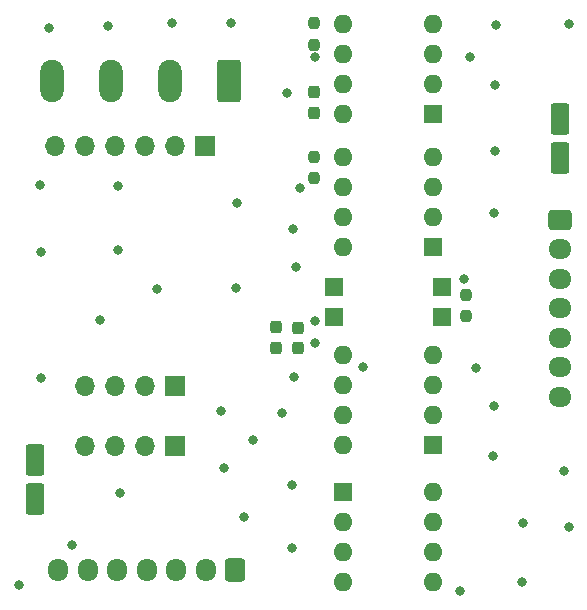
<source format=gbr>
%TF.GenerationSoftware,KiCad,Pcbnew,8.0.3*%
%TF.CreationDate,2024-06-13T16:05:25+05:30*%
%TF.ProjectId,OptoIsolation,4f70746f-4973-46f6-9c61-74696f6e2e6b,rev?*%
%TF.SameCoordinates,Original*%
%TF.FileFunction,Soldermask,Top*%
%TF.FilePolarity,Negative*%
%FSLAX46Y46*%
G04 Gerber Fmt 4.6, Leading zero omitted, Abs format (unit mm)*
G04 Created by KiCad (PCBNEW 8.0.3) date 2024-06-13 16:05:25*
%MOMM*%
%LPD*%
G01*
G04 APERTURE LIST*
G04 Aperture macros list*
%AMRoundRect*
0 Rectangle with rounded corners*
0 $1 Rounding radius*
0 $2 $3 $4 $5 $6 $7 $8 $9 X,Y pos of 4 corners*
0 Add a 4 corners polygon primitive as box body*
4,1,4,$2,$3,$4,$5,$6,$7,$8,$9,$2,$3,0*
0 Add four circle primitives for the rounded corners*
1,1,$1+$1,$2,$3*
1,1,$1+$1,$4,$5*
1,1,$1+$1,$6,$7*
1,1,$1+$1,$8,$9*
0 Add four rect primitives between the rounded corners*
20,1,$1+$1,$2,$3,$4,$5,0*
20,1,$1+$1,$4,$5,$6,$7,0*
20,1,$1+$1,$6,$7,$8,$9,0*
20,1,$1+$1,$8,$9,$2,$3,0*%
G04 Aperture macros list end*
%ADD10R,1.600000X1.600000*%
%ADD11O,1.600000X1.600000*%
%ADD12RoundRect,0.237500X0.237500X-0.250000X0.237500X0.250000X-0.237500X0.250000X-0.237500X-0.250000X0*%
%ADD13RoundRect,0.250000X-0.725000X0.600000X-0.725000X-0.600000X0.725000X-0.600000X0.725000X0.600000X0*%
%ADD14O,1.950000X1.700000*%
%ADD15R,1.700000X1.700000*%
%ADD16O,1.700000X1.700000*%
%ADD17RoundRect,0.237500X0.237500X-0.300000X0.237500X0.300000X-0.237500X0.300000X-0.237500X-0.300000X0*%
%ADD18RoundRect,0.250000X0.750000X1.550000X-0.750000X1.550000X-0.750000X-1.550000X0.750000X-1.550000X0*%
%ADD19O,2.000000X3.600000*%
%ADD20RoundRect,0.237500X-0.237500X0.250000X-0.237500X-0.250000X0.237500X-0.250000X0.237500X0.250000X0*%
%ADD21RoundRect,0.250000X0.550000X-1.075000X0.550000X1.075000X-0.550000X1.075000X-0.550000X-1.075000X0*%
%ADD22RoundRect,0.250000X0.600000X0.725000X-0.600000X0.725000X-0.600000X-0.725000X0.600000X-0.725000X0*%
%ADD23O,1.700000X1.950000*%
%ADD24R,1.600000X1.500000*%
%ADD25C,0.800000*%
G04 APERTURE END LIST*
D10*
%TO.C,U6*%
X197470000Y-80325000D03*
D11*
X197470000Y-77785000D03*
X197470000Y-75245000D03*
X197470000Y-72705000D03*
X189850000Y-72705000D03*
X189850000Y-75245000D03*
X189850000Y-77785000D03*
X189850000Y-80325000D03*
%TD*%
D12*
%TO.C,R15*%
X187400000Y-74487500D03*
X187400000Y-72662500D03*
%TD*%
D13*
%TO.C,J2*%
X208225000Y-78000000D03*
D14*
X208225000Y-80500000D03*
X208225000Y-83000000D03*
X208225000Y-85500000D03*
X208225000Y-88000000D03*
X208225000Y-90500000D03*
X208225000Y-93000000D03*
%TD*%
D15*
%TO.C,U7*%
X178130000Y-71805000D03*
D16*
X175590000Y-71805000D03*
X173050000Y-71805000D03*
X170510000Y-71805000D03*
X167970000Y-71805000D03*
X165430000Y-71805000D03*
X167970000Y-92125000D03*
X170510000Y-92125000D03*
X173050000Y-92125000D03*
D15*
X175590000Y-92125000D03*
%TD*%
D17*
%TO.C,C4*%
X187400000Y-68951800D03*
X187400000Y-67226800D03*
%TD*%
%TO.C,C5*%
X184175000Y-88860800D03*
X184175000Y-87135800D03*
%TD*%
D18*
%TO.C,J3*%
X180165000Y-66282500D03*
D19*
X175165000Y-66282500D03*
X170165000Y-66282500D03*
X165165000Y-66282500D03*
%TD*%
D20*
%TO.C,R8*%
X200275000Y-84375000D03*
X200275000Y-86200000D03*
%TD*%
D21*
%TO.C,C7*%
X208225000Y-72825000D03*
X208225000Y-69475000D03*
%TD*%
D10*
%TO.C,U4*%
X197470000Y-69050000D03*
D11*
X197470000Y-66510000D03*
X197470000Y-63970000D03*
X197470000Y-61430000D03*
X189850000Y-61430000D03*
X189850000Y-63970000D03*
X189850000Y-66510000D03*
X189850000Y-69050000D03*
%TD*%
D21*
%TO.C,C6*%
X163725000Y-101675000D03*
X163725000Y-98325000D03*
%TD*%
D10*
%TO.C,U8*%
X197470000Y-97124200D03*
D11*
X197470000Y-94584200D03*
X197470000Y-92044200D03*
X197470000Y-89504200D03*
X189850000Y-89504200D03*
X189850000Y-92044200D03*
X189850000Y-94584200D03*
X189850000Y-97124200D03*
%TD*%
D22*
%TO.C,J1*%
X180700000Y-107700000D03*
D23*
X178200000Y-107700000D03*
X175700000Y-107700000D03*
X173200000Y-107700000D03*
X170700000Y-107700000D03*
X168200000Y-107700000D03*
X165700000Y-107700000D03*
%TD*%
D15*
%TO.C,J4*%
X175585000Y-97205000D03*
D16*
X173045000Y-97205000D03*
X170505000Y-97205000D03*
X167965000Y-97205000D03*
%TD*%
D10*
%TO.C,U9*%
X189870000Y-101106600D03*
D11*
X189870000Y-103646600D03*
X189870000Y-106186600D03*
X189870000Y-108726600D03*
X197490000Y-108726600D03*
X197490000Y-106186600D03*
X197490000Y-103646600D03*
X197490000Y-101106600D03*
%TD*%
D24*
%TO.C,U5*%
X198231928Y-86230000D03*
X198231928Y-83690000D03*
X189108073Y-83699650D03*
X189108073Y-86230000D03*
%TD*%
D17*
%TO.C,C3*%
X186025000Y-88862500D03*
X186025000Y-87137500D03*
%TD*%
D12*
%TO.C,R10*%
X187400000Y-63212500D03*
X187400000Y-61387500D03*
%TD*%
D25*
X187498300Y-88412500D03*
X191521400Y-90475000D03*
X164300000Y-91425000D03*
X162375000Y-108950000D03*
X185875000Y-81975000D03*
X164175000Y-75050000D03*
X184675000Y-94400000D03*
X175325000Y-61350000D03*
X179750000Y-99025000D03*
X185525000Y-100450000D03*
X180775000Y-83825000D03*
X180325000Y-61350000D03*
X170775000Y-80600000D03*
X185100000Y-67250000D03*
X181475000Y-103175000D03*
X166850000Y-105575000D03*
X169250000Y-86500000D03*
X185550000Y-105800000D03*
X174075000Y-83900000D03*
X164950000Y-61800000D03*
X170800000Y-75150000D03*
X182200000Y-96675000D03*
X180825000Y-76600000D03*
X170925000Y-101125000D03*
X169950000Y-61650000D03*
X185675000Y-91350000D03*
X185625000Y-78775000D03*
X179475000Y-94175000D03*
X164225000Y-80775000D03*
X208550000Y-99300000D03*
X202750000Y-61525000D03*
X199750000Y-109425000D03*
X208925000Y-104025000D03*
X202675000Y-72200000D03*
X208925000Y-61450000D03*
X202600000Y-93800000D03*
X205025000Y-108650000D03*
X205100000Y-103700000D03*
X202625000Y-77475000D03*
X202525000Y-98000000D03*
X202700000Y-66600000D03*
X200600000Y-64275000D03*
X200075000Y-83050000D03*
X187450000Y-86575000D03*
X201125000Y-90550000D03*
X187446400Y-64198600D03*
X186150000Y-75300000D03*
M02*

</source>
